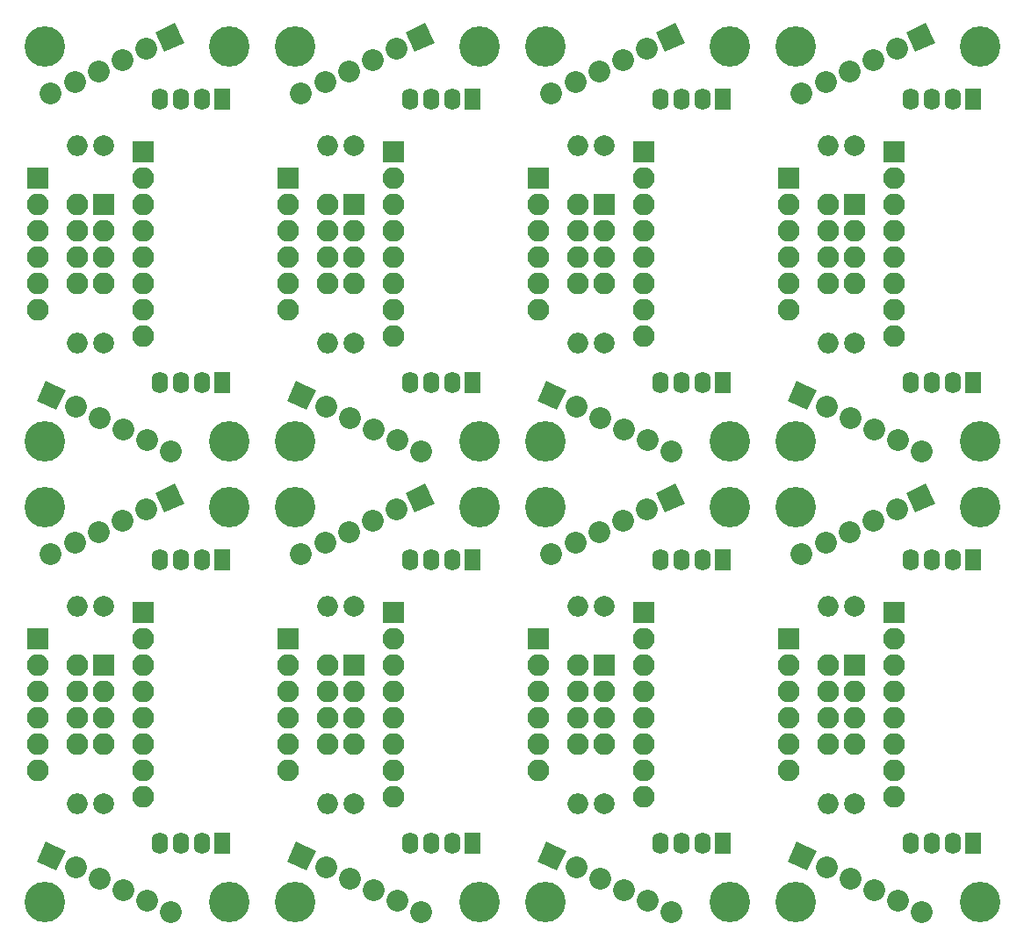
<source format=gts>
G04 #@! TF.FileFunction,Soldermask,Top*
%FSLAX46Y46*%
G04 Gerber Fmt 4.6, Leading zero omitted, Abs format (unit mm)*
G04 Created by KiCad (PCBNEW 4.0.7) date 06/11/20 11:20:33*
%MOMM*%
%LPD*%
G01*
G04 APERTURE LIST*
%ADD10C,0.100000*%
%ADD11R,2.100000X2.100000*%
%ADD12O,2.100000X2.100000*%
%ADD13C,2.000000*%
%ADD14O,2.000000X2.000000*%
%ADD15C,2.100000*%
%ADD16C,3.900000*%
%ADD17R,1.600000X2.100000*%
%ADD18O,1.600000X2.100000*%
G04 APERTURE END LIST*
D10*
D11*
X144780000Y-102870000D03*
D12*
X142240000Y-102870000D03*
X144780000Y-105410000D03*
X142240000Y-105410000D03*
X144780000Y-107950000D03*
X142240000Y-107950000D03*
X144780000Y-110490000D03*
X142240000Y-110490000D03*
D11*
X120650000Y-102870000D03*
D12*
X118110000Y-102870000D03*
X120650000Y-105410000D03*
X118110000Y-105410000D03*
X120650000Y-107950000D03*
X118110000Y-107950000D03*
X120650000Y-110490000D03*
X118110000Y-110490000D03*
D11*
X96520000Y-102870000D03*
D12*
X93980000Y-102870000D03*
X96520000Y-105410000D03*
X93980000Y-105410000D03*
X96520000Y-107950000D03*
X93980000Y-107950000D03*
X96520000Y-110490000D03*
X93980000Y-110490000D03*
D11*
X72390000Y-102870000D03*
D12*
X69850000Y-102870000D03*
X72390000Y-105410000D03*
X69850000Y-105410000D03*
X72390000Y-107950000D03*
X69850000Y-107950000D03*
X72390000Y-110490000D03*
X69850000Y-110490000D03*
D11*
X144780000Y-58420000D03*
D12*
X142240000Y-58420000D03*
X144780000Y-60960000D03*
X142240000Y-60960000D03*
X144780000Y-63500000D03*
X142240000Y-63500000D03*
X144780000Y-66040000D03*
X142240000Y-66040000D03*
D11*
X120650000Y-58420000D03*
D12*
X118110000Y-58420000D03*
X120650000Y-60960000D03*
X118110000Y-60960000D03*
X120650000Y-63500000D03*
X118110000Y-63500000D03*
X120650000Y-66040000D03*
X118110000Y-66040000D03*
D11*
X96520000Y-58420000D03*
D12*
X93980000Y-58420000D03*
X96520000Y-60960000D03*
X93980000Y-60960000D03*
X96520000Y-63500000D03*
X93980000Y-63500000D03*
X96520000Y-66040000D03*
X93980000Y-66040000D03*
D13*
X144780000Y-116205000D03*
D14*
X142240000Y-116205000D03*
D13*
X120650000Y-116205000D03*
D14*
X118110000Y-116205000D03*
D13*
X96520000Y-116205000D03*
D14*
X93980000Y-116205000D03*
D13*
X72390000Y-116205000D03*
D14*
X69850000Y-116205000D03*
D13*
X144780000Y-71755000D03*
D14*
X142240000Y-71755000D03*
D13*
X120650000Y-71755000D03*
D14*
X118110000Y-71755000D03*
D13*
X96520000Y-71755000D03*
D14*
X93980000Y-71755000D03*
D13*
X144780000Y-97155000D03*
D14*
X142240000Y-97155000D03*
D13*
X120650000Y-97155000D03*
D14*
X118110000Y-97155000D03*
D13*
X96520000Y-97155000D03*
D14*
X93980000Y-97155000D03*
D13*
X72390000Y-97155000D03*
D14*
X69850000Y-97155000D03*
D13*
X144780000Y-52705000D03*
D14*
X142240000Y-52705000D03*
D13*
X120650000Y-52705000D03*
D14*
X118110000Y-52705000D03*
D13*
X96520000Y-52705000D03*
D14*
X93980000Y-52705000D03*
D10*
G36*
X149734628Y-86233126D02*
X151637874Y-85345628D01*
X152525372Y-87248874D01*
X150622126Y-88136372D01*
X149734628Y-86233126D01*
X149734628Y-86233126D01*
G37*
D15*
X148827978Y-87814450D02*
X148827978Y-87814450D01*
X146525956Y-88887901D02*
X146525956Y-88887901D01*
X144223935Y-89961351D02*
X144223935Y-89961351D01*
X141921913Y-91034802D02*
X141921913Y-91034802D01*
X139619891Y-92108252D02*
X139619891Y-92108252D01*
D10*
G36*
X125604628Y-86233126D02*
X127507874Y-85345628D01*
X128395372Y-87248874D01*
X126492126Y-88136372D01*
X125604628Y-86233126D01*
X125604628Y-86233126D01*
G37*
D15*
X124697978Y-87814450D02*
X124697978Y-87814450D01*
X122395956Y-88887901D02*
X122395956Y-88887901D01*
X120093935Y-89961351D02*
X120093935Y-89961351D01*
X117791913Y-91034802D02*
X117791913Y-91034802D01*
X115489891Y-92108252D02*
X115489891Y-92108252D01*
D10*
G36*
X101474628Y-86233126D02*
X103377874Y-85345628D01*
X104265372Y-87248874D01*
X102362126Y-88136372D01*
X101474628Y-86233126D01*
X101474628Y-86233126D01*
G37*
D15*
X100567978Y-87814450D02*
X100567978Y-87814450D01*
X98265956Y-88887901D02*
X98265956Y-88887901D01*
X95963935Y-89961351D02*
X95963935Y-89961351D01*
X93661913Y-91034802D02*
X93661913Y-91034802D01*
X91359891Y-92108252D02*
X91359891Y-92108252D01*
D10*
G36*
X77344628Y-86233126D02*
X79247874Y-85345628D01*
X80135372Y-87248874D01*
X78232126Y-88136372D01*
X77344628Y-86233126D01*
X77344628Y-86233126D01*
G37*
D15*
X76437978Y-87814450D02*
X76437978Y-87814450D01*
X74135956Y-88887901D02*
X74135956Y-88887901D01*
X71833935Y-89961351D02*
X71833935Y-89961351D01*
X69531913Y-91034802D02*
X69531913Y-91034802D01*
X67229891Y-92108252D02*
X67229891Y-92108252D01*
D10*
G36*
X149734628Y-41783126D02*
X151637874Y-40895628D01*
X152525372Y-42798874D01*
X150622126Y-43686372D01*
X149734628Y-41783126D01*
X149734628Y-41783126D01*
G37*
D15*
X148827978Y-43364450D02*
X148827978Y-43364450D01*
X146525956Y-44437901D02*
X146525956Y-44437901D01*
X144223935Y-45511351D02*
X144223935Y-45511351D01*
X141921913Y-46584802D02*
X141921913Y-46584802D01*
X139619891Y-47658252D02*
X139619891Y-47658252D01*
D10*
G36*
X125604628Y-41783126D02*
X127507874Y-40895628D01*
X128395372Y-42798874D01*
X126492126Y-43686372D01*
X125604628Y-41783126D01*
X125604628Y-41783126D01*
G37*
D15*
X124697978Y-43364450D02*
X124697978Y-43364450D01*
X122395956Y-44437901D02*
X122395956Y-44437901D01*
X120093935Y-45511351D02*
X120093935Y-45511351D01*
X117791913Y-46584802D02*
X117791913Y-46584802D01*
X115489891Y-47658252D02*
X115489891Y-47658252D01*
D10*
G36*
X101474628Y-41783126D02*
X103377874Y-40895628D01*
X104265372Y-42798874D01*
X102362126Y-43686372D01*
X101474628Y-41783126D01*
X101474628Y-41783126D01*
G37*
D15*
X100567978Y-43364450D02*
X100567978Y-43364450D01*
X98265956Y-44437901D02*
X98265956Y-44437901D01*
X95963935Y-45511351D02*
X95963935Y-45511351D01*
X93661913Y-46584802D02*
X93661913Y-46584802D01*
X91359891Y-47658252D02*
X91359891Y-47658252D01*
D11*
X138430000Y-100330000D03*
D12*
X138430000Y-102870000D03*
X138430000Y-105410000D03*
X138430000Y-107950000D03*
X138430000Y-110490000D03*
X138430000Y-113030000D03*
D11*
X114300000Y-100330000D03*
D12*
X114300000Y-102870000D03*
X114300000Y-105410000D03*
X114300000Y-107950000D03*
X114300000Y-110490000D03*
X114300000Y-113030000D03*
D11*
X90170000Y-100330000D03*
D12*
X90170000Y-102870000D03*
X90170000Y-105410000D03*
X90170000Y-107950000D03*
X90170000Y-110490000D03*
X90170000Y-113030000D03*
D11*
X66040000Y-100330000D03*
D12*
X66040000Y-102870000D03*
X66040000Y-105410000D03*
X66040000Y-107950000D03*
X66040000Y-110490000D03*
X66040000Y-113030000D03*
D11*
X138430000Y-55880000D03*
D12*
X138430000Y-58420000D03*
X138430000Y-60960000D03*
X138430000Y-63500000D03*
X138430000Y-66040000D03*
X138430000Y-68580000D03*
D11*
X114300000Y-55880000D03*
D12*
X114300000Y-58420000D03*
X114300000Y-60960000D03*
X114300000Y-63500000D03*
X114300000Y-66040000D03*
X114300000Y-68580000D03*
D11*
X90170000Y-55880000D03*
D12*
X90170000Y-58420000D03*
X90170000Y-60960000D03*
X90170000Y-63500000D03*
X90170000Y-66040000D03*
X90170000Y-68580000D03*
D16*
X139065000Y-87630000D03*
X114935000Y-87630000D03*
X90805000Y-87630000D03*
X66675000Y-87630000D03*
X139065000Y-43180000D03*
X114935000Y-43180000D03*
X90805000Y-43180000D03*
D11*
X148590000Y-97790000D03*
D12*
X148590000Y-100330000D03*
X148590000Y-102870000D03*
X148590000Y-105410000D03*
X148590000Y-107950000D03*
X148590000Y-110490000D03*
X148590000Y-113030000D03*
X148590000Y-115570000D03*
D11*
X124460000Y-97790000D03*
D12*
X124460000Y-100330000D03*
X124460000Y-102870000D03*
X124460000Y-105410000D03*
X124460000Y-107950000D03*
X124460000Y-110490000D03*
X124460000Y-113030000D03*
X124460000Y-115570000D03*
D11*
X100330000Y-97790000D03*
D12*
X100330000Y-100330000D03*
X100330000Y-102870000D03*
X100330000Y-105410000D03*
X100330000Y-107950000D03*
X100330000Y-110490000D03*
X100330000Y-113030000D03*
X100330000Y-115570000D03*
D11*
X76200000Y-97790000D03*
D12*
X76200000Y-100330000D03*
X76200000Y-102870000D03*
X76200000Y-105410000D03*
X76200000Y-107950000D03*
X76200000Y-110490000D03*
X76200000Y-113030000D03*
X76200000Y-115570000D03*
D11*
X148590000Y-53340000D03*
D12*
X148590000Y-55880000D03*
X148590000Y-58420000D03*
X148590000Y-60960000D03*
X148590000Y-63500000D03*
X148590000Y-66040000D03*
X148590000Y-68580000D03*
X148590000Y-71120000D03*
D11*
X124460000Y-53340000D03*
D12*
X124460000Y-55880000D03*
X124460000Y-58420000D03*
X124460000Y-60960000D03*
X124460000Y-63500000D03*
X124460000Y-66040000D03*
X124460000Y-68580000D03*
X124460000Y-71120000D03*
D11*
X100330000Y-53340000D03*
D12*
X100330000Y-55880000D03*
X100330000Y-58420000D03*
X100330000Y-60960000D03*
X100330000Y-63500000D03*
X100330000Y-66040000D03*
X100330000Y-68580000D03*
X100330000Y-71120000D03*
D16*
X156845000Y-87630000D03*
X132715000Y-87630000D03*
X108585000Y-87630000D03*
X84455000Y-87630000D03*
X156845000Y-43180000D03*
X132715000Y-43180000D03*
X108585000Y-43180000D03*
D17*
X156210000Y-92710000D03*
D18*
X154210000Y-92710000D03*
X152210000Y-92710000D03*
X150210000Y-92710000D03*
D17*
X132080000Y-92710000D03*
D18*
X130080000Y-92710000D03*
X128080000Y-92710000D03*
X126080000Y-92710000D03*
D17*
X107950000Y-92710000D03*
D18*
X105950000Y-92710000D03*
X103950000Y-92710000D03*
X101950000Y-92710000D03*
D17*
X83820000Y-92710000D03*
D18*
X81820000Y-92710000D03*
X79820000Y-92710000D03*
X77820000Y-92710000D03*
D17*
X156210000Y-48260000D03*
D18*
X154210000Y-48260000D03*
X152210000Y-48260000D03*
X150210000Y-48260000D03*
D17*
X132080000Y-48260000D03*
D18*
X130080000Y-48260000D03*
X128080000Y-48260000D03*
X126080000Y-48260000D03*
D17*
X107950000Y-48260000D03*
D18*
X105950000Y-48260000D03*
X103950000Y-48260000D03*
X101950000Y-48260000D03*
D10*
G36*
X140207874Y-122680372D02*
X138304628Y-121792874D01*
X139192126Y-119889628D01*
X141095372Y-120777126D01*
X140207874Y-122680372D01*
X140207874Y-122680372D01*
G37*
D15*
X142002022Y-122358450D02*
X142002022Y-122358450D01*
X144304044Y-123431901D02*
X144304044Y-123431901D01*
X146606065Y-124505351D02*
X146606065Y-124505351D01*
X148908087Y-125578802D02*
X148908087Y-125578802D01*
X151210109Y-126652252D02*
X151210109Y-126652252D01*
D10*
G36*
X116077874Y-122680372D02*
X114174628Y-121792874D01*
X115062126Y-119889628D01*
X116965372Y-120777126D01*
X116077874Y-122680372D01*
X116077874Y-122680372D01*
G37*
D15*
X117872022Y-122358450D02*
X117872022Y-122358450D01*
X120174044Y-123431901D02*
X120174044Y-123431901D01*
X122476065Y-124505351D02*
X122476065Y-124505351D01*
X124778087Y-125578802D02*
X124778087Y-125578802D01*
X127080109Y-126652252D02*
X127080109Y-126652252D01*
D10*
G36*
X91947874Y-122680372D02*
X90044628Y-121792874D01*
X90932126Y-119889628D01*
X92835372Y-120777126D01*
X91947874Y-122680372D01*
X91947874Y-122680372D01*
G37*
D15*
X93742022Y-122358450D02*
X93742022Y-122358450D01*
X96044044Y-123431901D02*
X96044044Y-123431901D01*
X98346065Y-124505351D02*
X98346065Y-124505351D01*
X100648087Y-125578802D02*
X100648087Y-125578802D01*
X102950109Y-126652252D02*
X102950109Y-126652252D01*
D10*
G36*
X67817874Y-122680372D02*
X65914628Y-121792874D01*
X66802126Y-119889628D01*
X68705372Y-120777126D01*
X67817874Y-122680372D01*
X67817874Y-122680372D01*
G37*
D15*
X69612022Y-122358450D02*
X69612022Y-122358450D01*
X71914044Y-123431901D02*
X71914044Y-123431901D01*
X74216065Y-124505351D02*
X74216065Y-124505351D01*
X76518087Y-125578802D02*
X76518087Y-125578802D01*
X78820109Y-126652252D02*
X78820109Y-126652252D01*
D10*
G36*
X140207874Y-78230372D02*
X138304628Y-77342874D01*
X139192126Y-75439628D01*
X141095372Y-76327126D01*
X140207874Y-78230372D01*
X140207874Y-78230372D01*
G37*
D15*
X142002022Y-77908450D02*
X142002022Y-77908450D01*
X144304044Y-78981901D02*
X144304044Y-78981901D01*
X146606065Y-80055351D02*
X146606065Y-80055351D01*
X148908087Y-81128802D02*
X148908087Y-81128802D01*
X151210109Y-82202252D02*
X151210109Y-82202252D01*
D10*
G36*
X116077874Y-78230372D02*
X114174628Y-77342874D01*
X115062126Y-75439628D01*
X116965372Y-76327126D01*
X116077874Y-78230372D01*
X116077874Y-78230372D01*
G37*
D15*
X117872022Y-77908450D02*
X117872022Y-77908450D01*
X120174044Y-78981901D02*
X120174044Y-78981901D01*
X122476065Y-80055351D02*
X122476065Y-80055351D01*
X124778087Y-81128802D02*
X124778087Y-81128802D01*
X127080109Y-82202252D02*
X127080109Y-82202252D01*
D10*
G36*
X91947874Y-78230372D02*
X90044628Y-77342874D01*
X90932126Y-75439628D01*
X92835372Y-76327126D01*
X91947874Y-78230372D01*
X91947874Y-78230372D01*
G37*
D15*
X93742022Y-77908450D02*
X93742022Y-77908450D01*
X96044044Y-78981901D02*
X96044044Y-78981901D01*
X98346065Y-80055351D02*
X98346065Y-80055351D01*
X100648087Y-81128802D02*
X100648087Y-81128802D01*
X102950109Y-82202252D02*
X102950109Y-82202252D01*
D17*
X156210000Y-120015000D03*
D18*
X154210000Y-120015000D03*
X152210000Y-120015000D03*
X150210000Y-120015000D03*
D17*
X132080000Y-120015000D03*
D18*
X130080000Y-120015000D03*
X128080000Y-120015000D03*
X126080000Y-120015000D03*
D17*
X107950000Y-120015000D03*
D18*
X105950000Y-120015000D03*
X103950000Y-120015000D03*
X101950000Y-120015000D03*
D17*
X83820000Y-120015000D03*
D18*
X81820000Y-120015000D03*
X79820000Y-120015000D03*
X77820000Y-120015000D03*
D17*
X156210000Y-75565000D03*
D18*
X154210000Y-75565000D03*
X152210000Y-75565000D03*
X150210000Y-75565000D03*
D17*
X132080000Y-75565000D03*
D18*
X130080000Y-75565000D03*
X128080000Y-75565000D03*
X126080000Y-75565000D03*
D17*
X107950000Y-75565000D03*
D18*
X105950000Y-75565000D03*
X103950000Y-75565000D03*
X101950000Y-75565000D03*
D16*
X139065000Y-125730000D03*
X114935000Y-125730000D03*
X90805000Y-125730000D03*
X66675000Y-125730000D03*
X139065000Y-81280000D03*
X114935000Y-81280000D03*
X90805000Y-81280000D03*
X156845000Y-125730000D03*
X132715000Y-125730000D03*
X108585000Y-125730000D03*
X84455000Y-125730000D03*
X156845000Y-81280000D03*
X132715000Y-81280000D03*
X108585000Y-81280000D03*
D11*
X76200000Y-53340000D03*
D12*
X76200000Y-55880000D03*
X76200000Y-58420000D03*
X76200000Y-60960000D03*
X76200000Y-63500000D03*
X76200000Y-66040000D03*
X76200000Y-68580000D03*
X76200000Y-71120000D03*
D11*
X72390000Y-58420000D03*
D12*
X69850000Y-58420000D03*
X72390000Y-60960000D03*
X69850000Y-60960000D03*
X72390000Y-63500000D03*
X69850000Y-63500000D03*
X72390000Y-66040000D03*
X69850000Y-66040000D03*
D17*
X83820000Y-48260000D03*
D18*
X81820000Y-48260000D03*
X79820000Y-48260000D03*
X77820000Y-48260000D03*
D17*
X83820000Y-75565000D03*
D18*
X81820000Y-75565000D03*
X79820000Y-75565000D03*
X77820000Y-75565000D03*
D10*
G36*
X67817874Y-78230372D02*
X65914628Y-77342874D01*
X66802126Y-75439628D01*
X68705372Y-76327126D01*
X67817874Y-78230372D01*
X67817874Y-78230372D01*
G37*
D15*
X69612022Y-77908450D02*
X69612022Y-77908450D01*
X71914044Y-78981901D02*
X71914044Y-78981901D01*
X74216065Y-80055351D02*
X74216065Y-80055351D01*
X76518087Y-81128802D02*
X76518087Y-81128802D01*
X78820109Y-82202252D02*
X78820109Y-82202252D01*
D11*
X66040000Y-55880000D03*
D12*
X66040000Y-58420000D03*
X66040000Y-60960000D03*
X66040000Y-63500000D03*
X66040000Y-66040000D03*
X66040000Y-68580000D03*
D10*
G36*
X77344628Y-41783126D02*
X79247874Y-40895628D01*
X80135372Y-42798874D01*
X78232126Y-43686372D01*
X77344628Y-41783126D01*
X77344628Y-41783126D01*
G37*
D15*
X76437978Y-43364450D02*
X76437978Y-43364450D01*
X74135956Y-44437901D02*
X74135956Y-44437901D01*
X71833935Y-45511351D02*
X71833935Y-45511351D01*
X69531913Y-46584802D02*
X69531913Y-46584802D01*
X67229891Y-47658252D02*
X67229891Y-47658252D01*
D16*
X66675000Y-43180000D03*
X84455000Y-43180000D03*
X66675000Y-81280000D03*
X84455000Y-81280000D03*
D13*
X72390000Y-52705000D03*
D14*
X69850000Y-52705000D03*
D13*
X72390000Y-71755000D03*
D14*
X69850000Y-71755000D03*
M02*

</source>
